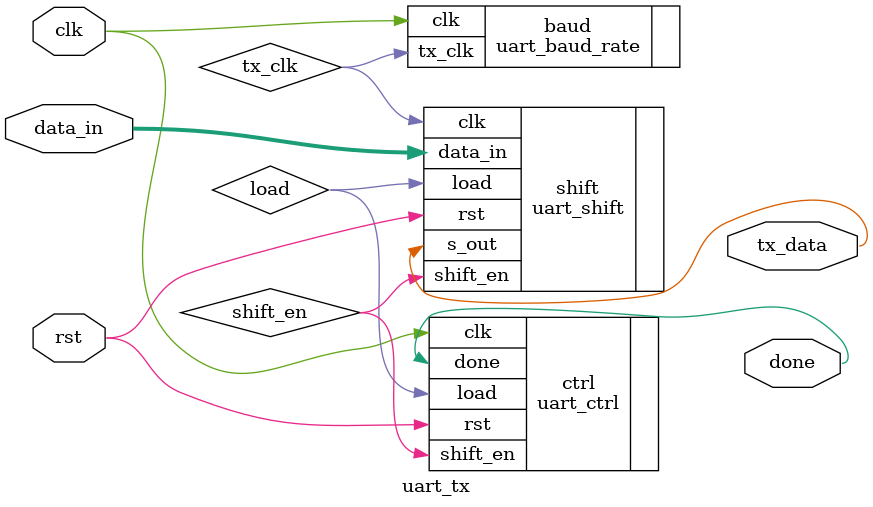
<source format=v>
module uart_tx
#
(
    parameter DATA_WIDTH = 8,
    PARITY_BIT = 1,
    STOP_BITS = 1,
    BAUD_RATE = 9600
)
(
    input wire clk, rst,
    input wire [DATA_WIDTH - 1 : 0] data_in,
    output wire tx_data, done
);
    wire shift_en, load;
    wire tx_clk;

    uart_baud_rate baud(
        .clk(clk),
        .tx_clk(tx_clk)
    );

    uart_shift shift(
        .clk(tx_clk), 
        .rst(rst),
        .shift_en(shift_en),
        .load(load),
        .data_in(data_in), 
        .s_out(tx_data)
    );

    uart_ctrl ctrl(
        .clk(clk),
        .rst(rst),
        .shift_en(shift_en),
        .done(done),
        .load(load)
    );

endmodule

</source>
